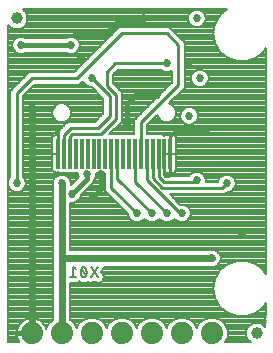
<source format=gbl>
G75*
%MOIN*%
%OFA0B0*%
%FSLAX25Y25*%
%IPPOS*%
%LPD*%
%AMOC8*
5,1,8,0,0,1.08239X$1,22.5*
%
%ADD10C,0.00600*%
%ADD11C,0.07400*%
%ADD12R,0.01181X0.09843*%
%ADD13C,0.03937*%
%ADD14C,0.02400*%
%ADD15C,0.02700*%
%ADD16C,0.00800*%
%ADD17C,0.01000*%
%ADD18C,0.01600*%
D10*
X0151133Y0083800D02*
X0153022Y0083800D01*
X0152078Y0083800D02*
X0152078Y0087200D01*
X0153022Y0086444D01*
X0156622Y0085500D02*
X0156620Y0085402D01*
X0156615Y0085305D01*
X0156607Y0085207D01*
X0156595Y0085110D01*
X0156579Y0085014D01*
X0156561Y0084918D01*
X0156539Y0084822D01*
X0156514Y0084728D01*
X0156485Y0084634D01*
X0156453Y0084542D01*
X0156418Y0084451D01*
X0156380Y0084361D01*
X0156339Y0084272D01*
X0156433Y0084556D02*
X0154922Y0086444D01*
X0155017Y0086728D02*
X0155035Y0086775D01*
X0155057Y0086821D01*
X0155082Y0086866D01*
X0155110Y0086908D01*
X0155141Y0086949D01*
X0155175Y0086987D01*
X0155212Y0087022D01*
X0155251Y0087055D01*
X0155293Y0087084D01*
X0155336Y0087111D01*
X0155382Y0087134D01*
X0155429Y0087154D01*
X0155477Y0087170D01*
X0155526Y0087183D01*
X0155576Y0087193D01*
X0155627Y0087198D01*
X0155678Y0087200D01*
X0155729Y0087198D01*
X0155780Y0087193D01*
X0155830Y0087183D01*
X0155879Y0087170D01*
X0155927Y0087154D01*
X0155974Y0087134D01*
X0156020Y0087111D01*
X0156063Y0087084D01*
X0156105Y0087055D01*
X0156144Y0087022D01*
X0156181Y0086987D01*
X0156215Y0086949D01*
X0156246Y0086908D01*
X0156274Y0086866D01*
X0156299Y0086821D01*
X0156321Y0086775D01*
X0156339Y0086728D01*
X0155016Y0086728D02*
X0154975Y0086639D01*
X0154937Y0086549D01*
X0154902Y0086458D01*
X0154870Y0086366D01*
X0154841Y0086272D01*
X0154816Y0086178D01*
X0154794Y0086082D01*
X0154776Y0085986D01*
X0154760Y0085890D01*
X0154748Y0085793D01*
X0154740Y0085695D01*
X0154735Y0085598D01*
X0154733Y0085500D01*
X0156622Y0085500D02*
X0156620Y0085598D01*
X0156615Y0085695D01*
X0156607Y0085793D01*
X0156595Y0085890D01*
X0156579Y0085986D01*
X0156561Y0086082D01*
X0156539Y0086178D01*
X0156514Y0086272D01*
X0156485Y0086366D01*
X0156453Y0086458D01*
X0156418Y0086549D01*
X0156380Y0086639D01*
X0156339Y0086728D01*
X0154733Y0085500D02*
X0154735Y0085402D01*
X0154740Y0085305D01*
X0154748Y0085207D01*
X0154760Y0085110D01*
X0154776Y0085014D01*
X0154794Y0084918D01*
X0154816Y0084822D01*
X0154841Y0084728D01*
X0154870Y0084634D01*
X0154902Y0084542D01*
X0154937Y0084451D01*
X0154975Y0084361D01*
X0155016Y0084272D01*
X0155017Y0084272D02*
X0155035Y0084225D01*
X0155057Y0084179D01*
X0155082Y0084134D01*
X0155110Y0084092D01*
X0155141Y0084051D01*
X0155175Y0084013D01*
X0155212Y0083978D01*
X0155251Y0083945D01*
X0155293Y0083916D01*
X0155336Y0083889D01*
X0155382Y0083866D01*
X0155429Y0083846D01*
X0155477Y0083830D01*
X0155526Y0083817D01*
X0155576Y0083807D01*
X0155627Y0083802D01*
X0155678Y0083800D01*
X0155729Y0083802D01*
X0155780Y0083807D01*
X0155830Y0083817D01*
X0155879Y0083830D01*
X0155927Y0083846D01*
X0155974Y0083866D01*
X0156020Y0083889D01*
X0156063Y0083916D01*
X0156105Y0083945D01*
X0156144Y0083978D01*
X0156181Y0084013D01*
X0156215Y0084051D01*
X0156246Y0084092D01*
X0156274Y0084134D01*
X0156299Y0084179D01*
X0156321Y0084225D01*
X0156339Y0084272D01*
X0158144Y0083800D02*
X0160411Y0087200D01*
X0158144Y0087200D02*
X0160411Y0083800D01*
D11*
X0158333Y0065000D03*
X0148333Y0065000D03*
X0138333Y0065000D03*
X0168333Y0065000D03*
X0178333Y0065000D03*
X0188333Y0065000D03*
X0198333Y0065000D03*
D12*
X0184534Y0124921D03*
X0182566Y0124921D03*
X0180597Y0124921D03*
X0178629Y0124921D03*
X0176660Y0124921D03*
X0174692Y0124921D03*
X0172723Y0124921D03*
X0170755Y0124921D03*
X0168786Y0124921D03*
X0166818Y0124921D03*
X0164849Y0124921D03*
X0162881Y0124921D03*
X0160912Y0124921D03*
X0158944Y0124921D03*
X0156975Y0124921D03*
X0155007Y0124921D03*
X0153038Y0124921D03*
X0151070Y0124921D03*
X0149101Y0124921D03*
X0147133Y0124921D03*
D13*
X0133333Y0170000D03*
X0213333Y0065000D03*
D14*
X0198333Y0090000D02*
X0148333Y0090000D01*
X0148333Y0115000D01*
X0138333Y0100000D02*
X0138333Y0133500D01*
X0138333Y0140000D01*
X0153333Y0165000D02*
X0163333Y0165000D01*
X0168333Y0170000D01*
X0175833Y0170000D01*
X0138333Y0100000D02*
X0138333Y0065000D01*
X0148333Y0065000D02*
X0148333Y0090000D01*
X0148333Y0085000D02*
X0148333Y0065000D01*
D15*
X0198333Y0090000D03*
X0208333Y0098000D03*
X0188333Y0105000D03*
X0183333Y0105000D03*
X0178333Y0105000D03*
X0173333Y0105000D03*
X0158333Y0110000D03*
X0151833Y0111500D03*
X0148333Y0115000D03*
X0156833Y0118000D03*
X0161333Y0118000D03*
X0133333Y0115000D03*
X0138333Y0100000D03*
X0193333Y0116000D03*
X0203333Y0115000D03*
X0196333Y0132000D03*
X0190833Y0137500D03*
X0179987Y0144654D03*
X0194333Y0150000D03*
X0190833Y0155000D03*
X0183333Y0155000D03*
X0158333Y0150000D03*
X0154833Y0157000D03*
X0151333Y0161000D03*
X0153333Y0165000D03*
X0134833Y0161000D03*
X0138333Y0140000D03*
X0169987Y0134654D03*
X0175833Y0170000D03*
X0193333Y0170000D03*
D16*
X0130333Y0167953D02*
X0130333Y0062000D01*
X0134209Y0062000D01*
X0133971Y0062327D01*
X0133607Y0063042D01*
X0133359Y0063806D01*
X0133233Y0064599D01*
X0133233Y0064600D01*
X0137933Y0064600D01*
X0137933Y0065400D01*
X0133233Y0065400D01*
X0133233Y0065401D01*
X0133359Y0066194D01*
X0133607Y0066958D01*
X0133971Y0067673D01*
X0134443Y0068322D01*
X0135011Y0068890D01*
X0135660Y0069362D01*
X0136376Y0069726D01*
X0137139Y0069974D01*
X0137932Y0070100D01*
X0137933Y0070100D01*
X0137933Y0065400D01*
X0138733Y0065400D01*
X0138733Y0070100D01*
X0138735Y0070100D01*
X0139528Y0069974D01*
X0140291Y0069726D01*
X0141006Y0069362D01*
X0141656Y0068890D01*
X0142223Y0068322D01*
X0142695Y0067673D01*
X0143060Y0066958D01*
X0143213Y0066487D01*
X0143840Y0068002D01*
X0145331Y0069493D01*
X0145533Y0069577D01*
X0145533Y0114051D01*
X0145383Y0114413D01*
X0145383Y0115587D01*
X0145832Y0116671D01*
X0146662Y0117501D01*
X0147747Y0117950D01*
X0148920Y0117950D01*
X0150004Y0117501D01*
X0150834Y0116671D01*
X0151283Y0115587D01*
X0151283Y0114450D01*
X0151389Y0114450D01*
X0154021Y0117081D01*
X0153883Y0117413D01*
X0153883Y0118400D01*
X0147848Y0118400D01*
X0147648Y0118600D01*
X0147133Y0118600D01*
X0147133Y0119115D01*
X0147132Y0119115D01*
X0147132Y0118600D01*
X0146358Y0118600D01*
X0146002Y0118695D01*
X0145682Y0118880D01*
X0145422Y0119140D01*
X0145237Y0119460D01*
X0145142Y0119816D01*
X0145142Y0124921D01*
X0146910Y0124921D01*
X0146910Y0124921D01*
X0145142Y0124921D01*
X0145142Y0130027D01*
X0145237Y0130383D01*
X0145422Y0130702D01*
X0145682Y0130963D01*
X0146002Y0131147D01*
X0146358Y0131243D01*
X0147001Y0131243D01*
X0147001Y0132138D01*
X0149233Y0134370D01*
X0150463Y0135600D01*
X0159463Y0135600D01*
X0162233Y0138370D01*
X0162233Y0143130D01*
X0158313Y0147050D01*
X0157747Y0147050D01*
X0156662Y0147499D01*
X0155832Y0148329D01*
X0155481Y0149178D01*
X0155433Y0149130D01*
X0155433Y0149130D01*
X0154203Y0147900D01*
X0139203Y0147900D01*
X0135433Y0144130D01*
X0135433Y0117072D01*
X0135834Y0116671D01*
X0136283Y0115587D01*
X0136283Y0114413D01*
X0135834Y0113329D01*
X0135004Y0112499D01*
X0133920Y0112050D01*
X0132747Y0112050D01*
X0131662Y0112499D01*
X0130832Y0113329D01*
X0130383Y0114413D01*
X0130383Y0115587D01*
X0130832Y0116671D01*
X0131233Y0117072D01*
X0131233Y0145870D01*
X0137463Y0152100D01*
X0152463Y0152100D01*
X0167463Y0167100D01*
X0184203Y0167100D01*
X0185433Y0165870D01*
X0185433Y0165870D01*
X0188061Y0163242D01*
X0188061Y0163242D01*
X0189292Y0162012D01*
X0189292Y0146988D01*
X0183982Y0141679D01*
X0183985Y0141679D01*
X0185151Y0141195D01*
X0186044Y0140302D01*
X0186528Y0139135D01*
X0186528Y0137872D01*
X0186044Y0136706D01*
X0185151Y0135812D01*
X0183985Y0135329D01*
X0182721Y0135329D01*
X0181555Y0135812D01*
X0180662Y0136706D01*
X0180178Y0137872D01*
X0180178Y0137875D01*
X0176792Y0134488D01*
X0176792Y0131443D01*
X0181850Y0131443D01*
X0182050Y0131243D01*
X0182566Y0131243D01*
X0182566Y0131242D02*
X0182566Y0130727D01*
X0182566Y0130727D01*
X0182566Y0131243D01*
X0182566Y0131242D02*
X0183340Y0131243D01*
X0183550Y0131186D01*
X0183759Y0131243D01*
X0184534Y0131243D01*
X0184534Y0130109D01*
X0184534Y0130109D01*
X0184534Y0131242D01*
X0185309Y0131243D01*
X0185665Y0131147D01*
X0185984Y0130963D01*
X0186245Y0130702D01*
X0186429Y0130383D01*
X0186525Y0130027D01*
X0186525Y0124921D01*
X0184534Y0124921D01*
X0182788Y0124921D01*
X0182788Y0124921D01*
X0184534Y0124921D01*
X0184534Y0124921D01*
X0184534Y0124921D01*
X0186525Y0124921D01*
X0186525Y0119816D01*
X0186429Y0119460D01*
X0186245Y0119140D01*
X0185984Y0118880D01*
X0185665Y0118695D01*
X0185309Y0118600D01*
X0184534Y0118600D01*
X0184534Y0119733D01*
X0184534Y0119734D01*
X0184534Y0118600D01*
X0183759Y0118600D01*
X0183550Y0118656D01*
X0183340Y0118600D01*
X0182697Y0118600D01*
X0182697Y0118106D01*
X0183203Y0117600D01*
X0190803Y0117600D01*
X0190832Y0117671D01*
X0191662Y0118501D01*
X0192747Y0118950D01*
X0193920Y0118950D01*
X0195004Y0118501D01*
X0195834Y0117671D01*
X0196283Y0116587D01*
X0196283Y0115600D01*
X0200389Y0115600D01*
X0200832Y0116671D01*
X0201662Y0117501D01*
X0202747Y0117950D01*
X0203920Y0117950D01*
X0205004Y0117501D01*
X0205834Y0116671D01*
X0206283Y0115587D01*
X0206283Y0114413D01*
X0205834Y0113329D01*
X0205004Y0112499D01*
X0203920Y0112050D01*
X0203353Y0112050D01*
X0202703Y0111400D01*
X0184403Y0111400D01*
X0187853Y0107950D01*
X0188920Y0107950D01*
X0190004Y0107501D01*
X0190834Y0106671D01*
X0191283Y0105587D01*
X0191283Y0104413D01*
X0190834Y0103329D01*
X0190004Y0102499D01*
X0188920Y0102050D01*
X0187747Y0102050D01*
X0186662Y0102499D01*
X0185833Y0103328D01*
X0185004Y0102499D01*
X0183920Y0102050D01*
X0182747Y0102050D01*
X0181662Y0102499D01*
X0180833Y0103328D01*
X0180004Y0102499D01*
X0178920Y0102050D01*
X0177747Y0102050D01*
X0176662Y0102499D01*
X0175833Y0103328D01*
X0175004Y0102499D01*
X0173920Y0102050D01*
X0172747Y0102050D01*
X0171662Y0102499D01*
X0170832Y0103329D01*
X0170383Y0104413D01*
X0170383Y0104980D01*
X0162749Y0112614D01*
X0162749Y0118400D01*
X0159783Y0118400D01*
X0159783Y0117413D01*
X0159334Y0116329D01*
X0159233Y0116228D01*
X0159233Y0116023D01*
X0158868Y0115141D01*
X0158193Y0114465D01*
X0154783Y0111056D01*
X0154783Y0110913D01*
X0154334Y0109829D01*
X0153504Y0108999D01*
X0152420Y0108550D01*
X0151247Y0108550D01*
X0151133Y0108597D01*
X0151133Y0092800D01*
X0197384Y0092800D01*
X0197747Y0092950D01*
X0198920Y0092950D01*
X0200004Y0092501D01*
X0200834Y0091671D01*
X0201283Y0090587D01*
X0201283Y0089413D01*
X0200834Y0088329D01*
X0200004Y0087499D01*
X0198920Y0087050D01*
X0197747Y0087050D01*
X0197384Y0087200D01*
X0162349Y0087200D01*
X0162429Y0086801D01*
X0161561Y0085500D01*
X0162429Y0084199D01*
X0162120Y0082656D01*
X0160810Y0081783D01*
X0159278Y0082089D01*
X0157745Y0081783D01*
X0157022Y0082265D01*
X0156511Y0081900D01*
X0154845Y0081900D01*
X0154241Y0082332D01*
X0153809Y0081900D01*
X0151133Y0081900D01*
X0151133Y0069577D01*
X0151336Y0069493D01*
X0152826Y0068002D01*
X0153333Y0066778D01*
X0153840Y0068002D01*
X0155331Y0069493D01*
X0157279Y0070300D01*
X0159388Y0070300D01*
X0161336Y0069493D01*
X0162826Y0068002D01*
X0163333Y0066778D01*
X0163840Y0068002D01*
X0165331Y0069493D01*
X0167279Y0070300D01*
X0169388Y0070300D01*
X0171336Y0069493D01*
X0172826Y0068002D01*
X0173333Y0066778D01*
X0173840Y0068002D01*
X0175331Y0069493D01*
X0177279Y0070300D01*
X0179388Y0070300D01*
X0181336Y0069493D01*
X0182826Y0068002D01*
X0183333Y0066778D01*
X0183840Y0068002D01*
X0185331Y0069493D01*
X0187279Y0070300D01*
X0189388Y0070300D01*
X0191336Y0069493D01*
X0192826Y0068002D01*
X0193333Y0066778D01*
X0193840Y0068002D01*
X0195331Y0069493D01*
X0197279Y0070300D01*
X0199388Y0070300D01*
X0201336Y0069493D01*
X0202826Y0068002D01*
X0203633Y0066054D01*
X0203633Y0063946D01*
X0202827Y0062000D01*
X0211287Y0062000D01*
X0210308Y0062979D01*
X0209765Y0064290D01*
X0209765Y0065710D01*
X0210308Y0067021D01*
X0211312Y0068025D01*
X0212623Y0068568D01*
X0214043Y0068568D01*
X0215355Y0068025D01*
X0216259Y0067120D01*
X0216265Y0075138D01*
X0215567Y0073930D01*
X0215567Y0073930D01*
X0215567Y0073930D01*
X0213055Y0071822D01*
X0213055Y0071822D01*
X0209973Y0070700D01*
X0206693Y0070700D01*
X0203612Y0071822D01*
X0203612Y0071822D01*
X0201099Y0073930D01*
X0201099Y0073930D01*
X0199459Y0076770D01*
X0198890Y0080000D01*
X0198890Y0080000D01*
X0199459Y0083230D01*
X0199459Y0083230D01*
X0201099Y0086070D01*
X0201099Y0086070D01*
X0201099Y0086070D01*
X0203612Y0088178D01*
X0203612Y0088178D01*
X0206693Y0089300D01*
X0209973Y0089300D01*
X0213055Y0088178D01*
X0213055Y0088178D01*
X0215567Y0086070D01*
X0215567Y0086070D01*
X0216272Y0084850D01*
X0216323Y0160239D01*
X0215567Y0158930D01*
X0215567Y0158930D01*
X0215567Y0158930D01*
X0213055Y0156822D01*
X0213055Y0156822D01*
X0209973Y0155700D01*
X0206693Y0155700D01*
X0203612Y0156822D01*
X0203612Y0156822D01*
X0201099Y0158930D01*
X0201099Y0158930D01*
X0199459Y0161770D01*
X0199459Y0161770D01*
X0198890Y0165000D01*
X0198890Y0165000D01*
X0199459Y0168230D01*
X0199459Y0168230D01*
X0201099Y0171070D01*
X0201099Y0171070D01*
X0201099Y0171070D01*
X0203399Y0173000D01*
X0135380Y0173000D01*
X0136359Y0172021D01*
X0136902Y0170710D01*
X0136902Y0169290D01*
X0136359Y0167979D01*
X0135355Y0166975D01*
X0134043Y0166431D01*
X0132623Y0166431D01*
X0131312Y0166975D01*
X0130333Y0167953D01*
X0130333Y0167799D02*
X0130488Y0167799D01*
X0130333Y0167001D02*
X0131286Y0167001D01*
X0130333Y0166202D02*
X0166566Y0166202D01*
X0167364Y0167001D02*
X0135380Y0167001D01*
X0136179Y0167799D02*
X0191362Y0167799D01*
X0191662Y0167499D02*
X0192747Y0167050D01*
X0193920Y0167050D01*
X0195004Y0167499D01*
X0195834Y0168329D01*
X0196283Y0169413D01*
X0196283Y0170587D01*
X0195834Y0171671D01*
X0195004Y0172501D01*
X0193920Y0172950D01*
X0192747Y0172950D01*
X0191662Y0172501D01*
X0190832Y0171671D01*
X0190383Y0170587D01*
X0190383Y0169413D01*
X0190832Y0168329D01*
X0191662Y0167499D01*
X0190721Y0168598D02*
X0136615Y0168598D01*
X0136902Y0169396D02*
X0190390Y0169396D01*
X0190383Y0170195D02*
X0136902Y0170195D01*
X0136784Y0170993D02*
X0190552Y0170993D01*
X0190953Y0171792D02*
X0136454Y0171792D01*
X0135790Y0172590D02*
X0191878Y0172590D01*
X0194789Y0172590D02*
X0202911Y0172590D01*
X0201959Y0171792D02*
X0195714Y0171792D01*
X0196115Y0170993D02*
X0201055Y0170993D01*
X0200594Y0170195D02*
X0196283Y0170195D01*
X0196276Y0169396D02*
X0200133Y0169396D01*
X0199672Y0168598D02*
X0195945Y0168598D01*
X0195304Y0167799D02*
X0199383Y0167799D01*
X0199243Y0167001D02*
X0184303Y0167001D01*
X0185101Y0166202D02*
X0199102Y0166202D01*
X0198961Y0165403D02*
X0185900Y0165403D01*
X0186698Y0164605D02*
X0198960Y0164605D01*
X0199100Y0163806D02*
X0187497Y0163806D01*
X0188295Y0163008D02*
X0199241Y0163008D01*
X0199382Y0162209D02*
X0189094Y0162209D01*
X0189292Y0161411D02*
X0199667Y0161411D01*
X0200128Y0160612D02*
X0189292Y0160612D01*
X0189292Y0159814D02*
X0200589Y0159814D01*
X0201050Y0159015D02*
X0189292Y0159015D01*
X0189292Y0158217D02*
X0201949Y0158217D01*
X0202901Y0157418D02*
X0189292Y0157418D01*
X0189292Y0156620D02*
X0204166Y0156620D01*
X0206360Y0155821D02*
X0189292Y0155821D01*
X0189292Y0155023D02*
X0216320Y0155023D01*
X0216320Y0155821D02*
X0210307Y0155821D01*
X0212500Y0156620D02*
X0216321Y0156620D01*
X0216321Y0157418D02*
X0213766Y0157418D01*
X0214718Y0158217D02*
X0216322Y0158217D01*
X0216322Y0159015D02*
X0215617Y0159015D01*
X0216078Y0159814D02*
X0216323Y0159814D01*
X0216319Y0154224D02*
X0189292Y0154224D01*
X0189292Y0153426D02*
X0216319Y0153426D01*
X0216318Y0152627D02*
X0195699Y0152627D01*
X0196004Y0152501D02*
X0194920Y0152950D01*
X0193747Y0152950D01*
X0192662Y0152501D01*
X0191832Y0151671D01*
X0191383Y0150587D01*
X0191383Y0149413D01*
X0191832Y0148329D01*
X0192662Y0147499D01*
X0193747Y0147050D01*
X0194920Y0147050D01*
X0196004Y0147499D01*
X0196834Y0148329D01*
X0197283Y0149413D01*
X0197283Y0150587D01*
X0196834Y0151671D01*
X0196004Y0152501D01*
X0196676Y0151829D02*
X0216317Y0151829D01*
X0216317Y0151030D02*
X0197100Y0151030D01*
X0197283Y0150232D02*
X0216316Y0150232D01*
X0216316Y0149433D02*
X0197283Y0149433D01*
X0196961Y0148635D02*
X0216315Y0148635D01*
X0216315Y0147836D02*
X0196341Y0147836D01*
X0192325Y0147836D02*
X0189292Y0147836D01*
X0189292Y0147038D02*
X0216314Y0147038D01*
X0216314Y0146239D02*
X0188542Y0146239D01*
X0187744Y0145441D02*
X0216313Y0145441D01*
X0216313Y0144642D02*
X0186945Y0144642D01*
X0186147Y0143844D02*
X0216312Y0143844D01*
X0216311Y0143045D02*
X0185348Y0143045D01*
X0184550Y0142247D02*
X0216311Y0142247D01*
X0216310Y0141448D02*
X0184541Y0141448D01*
X0185697Y0140650D02*
X0216310Y0140650D01*
X0216309Y0139851D02*
X0192654Y0139851D01*
X0192504Y0140001D02*
X0191420Y0140450D01*
X0190247Y0140450D01*
X0189162Y0140001D01*
X0188332Y0139171D01*
X0187883Y0138087D01*
X0187883Y0136913D01*
X0188332Y0135829D01*
X0189162Y0134999D01*
X0190247Y0134550D01*
X0191420Y0134550D01*
X0192504Y0134999D01*
X0193334Y0135829D01*
X0193783Y0136913D01*
X0193783Y0138087D01*
X0193334Y0139171D01*
X0192504Y0140001D01*
X0193383Y0139053D02*
X0216309Y0139053D01*
X0216308Y0138254D02*
X0193714Y0138254D01*
X0193783Y0137456D02*
X0216308Y0137456D01*
X0216307Y0136657D02*
X0193677Y0136657D01*
X0193346Y0135859D02*
X0216307Y0135859D01*
X0216306Y0135060D02*
X0192565Y0135060D01*
X0189101Y0135060D02*
X0177363Y0135060D01*
X0176792Y0134262D02*
X0216305Y0134262D01*
X0216305Y0133463D02*
X0176792Y0133463D01*
X0176792Y0132665D02*
X0216304Y0132665D01*
X0216304Y0131866D02*
X0176792Y0131866D01*
X0172592Y0131866D02*
X0164669Y0131866D01*
X0164246Y0131443D02*
X0168433Y0135630D01*
X0168433Y0145370D01*
X0165433Y0148370D01*
X0165433Y0151394D01*
X0166939Y0152900D01*
X0181261Y0152900D01*
X0181662Y0152499D01*
X0182747Y0152050D01*
X0183920Y0152050D01*
X0185004Y0152499D01*
X0185092Y0152586D01*
X0185092Y0148728D01*
X0172592Y0136228D01*
X0172592Y0134488D01*
X0172592Y0131443D01*
X0164246Y0131443D01*
X0165468Y0132665D02*
X0172592Y0132665D01*
X0172592Y0133463D02*
X0166266Y0133463D01*
X0167065Y0134262D02*
X0172592Y0134262D01*
X0172592Y0135060D02*
X0167863Y0135060D01*
X0168433Y0135859D02*
X0172592Y0135859D01*
X0173021Y0136657D02*
X0168433Y0136657D01*
X0168433Y0137456D02*
X0173819Y0137456D01*
X0174618Y0138254D02*
X0168433Y0138254D01*
X0168433Y0139053D02*
X0175416Y0139053D01*
X0176215Y0139851D02*
X0168433Y0139851D01*
X0168433Y0140650D02*
X0177013Y0140650D01*
X0177812Y0141448D02*
X0168433Y0141448D01*
X0168433Y0142247D02*
X0178610Y0142247D01*
X0179409Y0143045D02*
X0168433Y0143045D01*
X0168433Y0143844D02*
X0180207Y0143844D01*
X0181006Y0144642D02*
X0168433Y0144642D01*
X0168362Y0145441D02*
X0181804Y0145441D01*
X0182603Y0146239D02*
X0167564Y0146239D01*
X0166765Y0147038D02*
X0183401Y0147038D01*
X0184200Y0147836D02*
X0165967Y0147836D01*
X0165433Y0148635D02*
X0184998Y0148635D01*
X0185092Y0149433D02*
X0165433Y0149433D01*
X0165433Y0150232D02*
X0185092Y0150232D01*
X0185092Y0151030D02*
X0165433Y0151030D01*
X0165868Y0151829D02*
X0185092Y0151829D01*
X0181534Y0152627D02*
X0166667Y0152627D01*
X0158580Y0158217D02*
X0152323Y0158217D01*
X0151920Y0158050D02*
X0153004Y0158499D01*
X0153834Y0159329D01*
X0154283Y0160413D01*
X0154283Y0161587D01*
X0153834Y0162671D01*
X0153004Y0163501D01*
X0151920Y0163950D01*
X0150747Y0163950D01*
X0149662Y0163501D01*
X0149561Y0163400D01*
X0136605Y0163400D01*
X0136504Y0163501D01*
X0135420Y0163950D01*
X0134247Y0163950D01*
X0133162Y0163501D01*
X0132332Y0162671D01*
X0131883Y0161587D01*
X0131883Y0160413D01*
X0132332Y0159329D01*
X0133162Y0158499D01*
X0134247Y0158050D01*
X0135420Y0158050D01*
X0136504Y0158499D01*
X0136605Y0158600D01*
X0149561Y0158600D01*
X0149662Y0158499D01*
X0150747Y0158050D01*
X0151920Y0158050D01*
X0150344Y0158217D02*
X0135823Y0158217D01*
X0133844Y0158217D02*
X0130333Y0158217D01*
X0130333Y0159015D02*
X0132646Y0159015D01*
X0132132Y0159814D02*
X0130333Y0159814D01*
X0130333Y0160612D02*
X0131883Y0160612D01*
X0131883Y0161411D02*
X0130333Y0161411D01*
X0130333Y0162209D02*
X0132141Y0162209D01*
X0132669Y0163008D02*
X0130333Y0163008D01*
X0130333Y0163806D02*
X0133900Y0163806D01*
X0135767Y0163806D02*
X0150400Y0163806D01*
X0152267Y0163806D02*
X0164170Y0163806D01*
X0163371Y0163008D02*
X0153497Y0163008D01*
X0154025Y0162209D02*
X0162573Y0162209D01*
X0161774Y0161411D02*
X0154283Y0161411D01*
X0154283Y0160612D02*
X0160976Y0160612D01*
X0160177Y0159814D02*
X0154035Y0159814D01*
X0153521Y0159015D02*
X0159379Y0159015D01*
X0157782Y0157418D02*
X0130333Y0157418D01*
X0130333Y0156620D02*
X0156983Y0156620D01*
X0156185Y0155821D02*
X0130333Y0155821D01*
X0130333Y0155023D02*
X0155386Y0155023D01*
X0154588Y0154224D02*
X0130333Y0154224D01*
X0130333Y0153426D02*
X0153789Y0153426D01*
X0152991Y0152627D02*
X0130333Y0152627D01*
X0130333Y0151829D02*
X0137192Y0151829D01*
X0136394Y0151030D02*
X0130333Y0151030D01*
X0130333Y0150232D02*
X0135595Y0150232D01*
X0134797Y0149433D02*
X0130333Y0149433D01*
X0130333Y0148635D02*
X0133998Y0148635D01*
X0133200Y0147836D02*
X0130333Y0147836D01*
X0130333Y0147038D02*
X0132401Y0147038D01*
X0131603Y0146239D02*
X0130333Y0146239D01*
X0130333Y0145441D02*
X0131233Y0145441D01*
X0131233Y0144642D02*
X0130333Y0144642D01*
X0130333Y0143844D02*
X0131233Y0143844D01*
X0131233Y0143045D02*
X0130333Y0143045D01*
X0130333Y0142247D02*
X0131233Y0142247D01*
X0131233Y0141448D02*
X0130333Y0141448D01*
X0130333Y0140650D02*
X0131233Y0140650D01*
X0131233Y0139851D02*
X0130333Y0139851D01*
X0130333Y0139053D02*
X0131233Y0139053D01*
X0131233Y0138254D02*
X0130333Y0138254D01*
X0130333Y0137456D02*
X0131233Y0137456D01*
X0131233Y0136657D02*
X0130333Y0136657D01*
X0130333Y0135859D02*
X0131233Y0135859D01*
X0131233Y0135060D02*
X0130333Y0135060D01*
X0130333Y0134262D02*
X0131233Y0134262D01*
X0131233Y0133463D02*
X0130333Y0133463D01*
X0130333Y0132665D02*
X0131233Y0132665D01*
X0131233Y0131866D02*
X0130333Y0131866D01*
X0130333Y0131068D02*
X0131233Y0131068D01*
X0131233Y0130269D02*
X0130333Y0130269D01*
X0130333Y0129470D02*
X0131233Y0129470D01*
X0131233Y0128672D02*
X0130333Y0128672D01*
X0130333Y0127873D02*
X0131233Y0127873D01*
X0131233Y0127075D02*
X0130333Y0127075D01*
X0130333Y0126276D02*
X0131233Y0126276D01*
X0131233Y0125478D02*
X0130333Y0125478D01*
X0130333Y0124679D02*
X0131233Y0124679D01*
X0131233Y0123881D02*
X0130333Y0123881D01*
X0130333Y0123082D02*
X0131233Y0123082D01*
X0131233Y0122284D02*
X0130333Y0122284D01*
X0130333Y0121485D02*
X0131233Y0121485D01*
X0131233Y0120687D02*
X0130333Y0120687D01*
X0130333Y0119888D02*
X0131233Y0119888D01*
X0131233Y0119090D02*
X0130333Y0119090D01*
X0130333Y0118291D02*
X0131233Y0118291D01*
X0131233Y0117493D02*
X0130333Y0117493D01*
X0130333Y0116694D02*
X0130856Y0116694D01*
X0130511Y0115896D02*
X0130333Y0115896D01*
X0130333Y0115097D02*
X0130383Y0115097D01*
X0130333Y0114299D02*
X0130431Y0114299D01*
X0130333Y0113500D02*
X0130761Y0113500D01*
X0130333Y0112702D02*
X0131460Y0112702D01*
X0130333Y0111903D02*
X0145533Y0111903D01*
X0145533Y0111105D02*
X0130333Y0111105D01*
X0130333Y0110306D02*
X0145533Y0110306D01*
X0145533Y0109508D02*
X0130333Y0109508D01*
X0130333Y0108709D02*
X0145533Y0108709D01*
X0145533Y0107911D02*
X0130333Y0107911D01*
X0130333Y0107112D02*
X0145533Y0107112D01*
X0145533Y0106314D02*
X0130333Y0106314D01*
X0130333Y0105515D02*
X0145533Y0105515D01*
X0145533Y0104717D02*
X0130333Y0104717D01*
X0130333Y0103918D02*
X0145533Y0103918D01*
X0145533Y0103120D02*
X0130333Y0103120D01*
X0130333Y0102321D02*
X0145533Y0102321D01*
X0145533Y0101523D02*
X0130333Y0101523D01*
X0130333Y0100724D02*
X0145533Y0100724D01*
X0145533Y0099926D02*
X0130333Y0099926D01*
X0130333Y0099127D02*
X0145533Y0099127D01*
X0145533Y0098329D02*
X0130333Y0098329D01*
X0130333Y0097530D02*
X0145533Y0097530D01*
X0145533Y0096732D02*
X0130333Y0096732D01*
X0130333Y0095933D02*
X0145533Y0095933D01*
X0145533Y0095134D02*
X0130333Y0095134D01*
X0130333Y0094336D02*
X0145533Y0094336D01*
X0145533Y0093537D02*
X0130333Y0093537D01*
X0130333Y0092739D02*
X0145533Y0092739D01*
X0145533Y0091940D02*
X0130333Y0091940D01*
X0130333Y0091142D02*
X0145533Y0091142D01*
X0145533Y0090343D02*
X0130333Y0090343D01*
X0130333Y0089545D02*
X0145533Y0089545D01*
X0145533Y0088746D02*
X0130333Y0088746D01*
X0130333Y0087948D02*
X0145533Y0087948D01*
X0145533Y0087149D02*
X0130333Y0087149D01*
X0130333Y0086351D02*
X0145533Y0086351D01*
X0145533Y0085552D02*
X0130333Y0085552D01*
X0130333Y0084754D02*
X0145533Y0084754D01*
X0145533Y0083955D02*
X0130333Y0083955D01*
X0130333Y0083157D02*
X0145533Y0083157D01*
X0145533Y0082358D02*
X0130333Y0082358D01*
X0130333Y0081560D02*
X0145533Y0081560D01*
X0145533Y0080761D02*
X0130333Y0080761D01*
X0130333Y0079963D02*
X0145533Y0079963D01*
X0145533Y0079164D02*
X0130333Y0079164D01*
X0130333Y0078366D02*
X0145533Y0078366D01*
X0145533Y0077567D02*
X0130333Y0077567D01*
X0130333Y0076769D02*
X0145533Y0076769D01*
X0145533Y0075970D02*
X0130333Y0075970D01*
X0130333Y0075172D02*
X0145533Y0075172D01*
X0145533Y0074373D02*
X0130333Y0074373D01*
X0130333Y0073575D02*
X0145533Y0073575D01*
X0145533Y0072776D02*
X0130333Y0072776D01*
X0130333Y0071978D02*
X0145533Y0071978D01*
X0145533Y0071179D02*
X0130333Y0071179D01*
X0130333Y0070381D02*
X0145533Y0070381D01*
X0145533Y0069582D02*
X0140574Y0069582D01*
X0141762Y0068784D02*
X0144622Y0068784D01*
X0143833Y0067985D02*
X0142468Y0067985D01*
X0142943Y0067187D02*
X0143502Y0067187D01*
X0138733Y0067187D02*
X0137933Y0067187D01*
X0137933Y0067985D02*
X0138733Y0067985D01*
X0138733Y0068784D02*
X0137933Y0068784D01*
X0137933Y0069582D02*
X0138733Y0069582D01*
X0136093Y0069582D02*
X0130333Y0069582D01*
X0130333Y0068784D02*
X0134904Y0068784D01*
X0134198Y0067985D02*
X0130333Y0067985D01*
X0130333Y0067187D02*
X0133724Y0067187D01*
X0133422Y0066388D02*
X0130333Y0066388D01*
X0130333Y0065590D02*
X0133263Y0065590D01*
X0133329Y0063993D02*
X0130333Y0063993D01*
X0130333Y0064791D02*
X0137933Y0064791D01*
X0137933Y0065590D02*
X0138733Y0065590D01*
X0138733Y0066388D02*
X0137933Y0066388D01*
X0133558Y0063194D02*
X0130333Y0063194D01*
X0130333Y0062396D02*
X0133936Y0062396D01*
X0151133Y0069582D02*
X0155546Y0069582D01*
X0154622Y0068784D02*
X0152045Y0068784D01*
X0152834Y0067985D02*
X0153833Y0067985D01*
X0153502Y0067187D02*
X0153164Y0067187D01*
X0151133Y0070381D02*
X0216262Y0070381D01*
X0216262Y0071179D02*
X0211290Y0071179D01*
X0213241Y0071978D02*
X0216263Y0071978D01*
X0216263Y0072776D02*
X0214193Y0072776D01*
X0215144Y0073575D02*
X0216264Y0073575D01*
X0216264Y0074373D02*
X0215823Y0074373D01*
X0216261Y0069582D02*
X0201121Y0069582D01*
X0202045Y0068784D02*
X0216261Y0068784D01*
X0216260Y0067985D02*
X0215395Y0067985D01*
X0216193Y0067187D02*
X0216260Y0067187D01*
X0211272Y0067985D02*
X0202834Y0067985D01*
X0203164Y0067187D02*
X0210473Y0067187D01*
X0210046Y0066388D02*
X0203495Y0066388D01*
X0203633Y0065590D02*
X0209765Y0065590D01*
X0209765Y0064791D02*
X0203633Y0064791D01*
X0203633Y0063993D02*
X0209888Y0063993D01*
X0210219Y0063194D02*
X0203322Y0063194D01*
X0202991Y0062396D02*
X0210891Y0062396D01*
X0195546Y0069582D02*
X0191121Y0069582D01*
X0192045Y0068784D02*
X0194622Y0068784D01*
X0193833Y0067985D02*
X0192834Y0067985D01*
X0193164Y0067187D02*
X0193502Y0067187D01*
X0185546Y0069582D02*
X0181121Y0069582D01*
X0182045Y0068784D02*
X0184622Y0068784D01*
X0183833Y0067985D02*
X0182834Y0067985D01*
X0183164Y0067187D02*
X0183502Y0067187D01*
X0175546Y0069582D02*
X0171121Y0069582D01*
X0172045Y0068784D02*
X0174622Y0068784D01*
X0173833Y0067985D02*
X0172834Y0067985D01*
X0173164Y0067187D02*
X0173502Y0067187D01*
X0165546Y0069582D02*
X0161121Y0069582D01*
X0162045Y0068784D02*
X0164622Y0068784D01*
X0163833Y0067985D02*
X0162834Y0067985D01*
X0163164Y0067187D02*
X0163502Y0067187D01*
X0151133Y0071179D02*
X0205377Y0071179D01*
X0203426Y0071978D02*
X0151133Y0071978D01*
X0151133Y0072776D02*
X0202474Y0072776D01*
X0201522Y0073575D02*
X0151133Y0073575D01*
X0151133Y0074373D02*
X0200843Y0074373D01*
X0200382Y0075172D02*
X0151133Y0075172D01*
X0151133Y0075970D02*
X0199921Y0075970D01*
X0199460Y0076769D02*
X0151133Y0076769D01*
X0151133Y0077567D02*
X0199319Y0077567D01*
X0199178Y0078366D02*
X0151133Y0078366D01*
X0151133Y0079164D02*
X0199037Y0079164D01*
X0198896Y0079963D02*
X0151133Y0079963D01*
X0151133Y0080761D02*
X0199024Y0080761D01*
X0199165Y0081560D02*
X0151133Y0081560D01*
X0161674Y0082358D02*
X0199306Y0082358D01*
X0199447Y0083157D02*
X0162220Y0083157D01*
X0162380Y0083955D02*
X0199878Y0083955D01*
X0200339Y0084754D02*
X0162059Y0084754D01*
X0161596Y0085552D02*
X0200800Y0085552D01*
X0201434Y0086351D02*
X0162129Y0086351D01*
X0162359Y0087149D02*
X0197507Y0087149D01*
X0199160Y0087149D02*
X0202385Y0087149D01*
X0203337Y0087948D02*
X0200453Y0087948D01*
X0201007Y0088746D02*
X0205173Y0088746D01*
X0211494Y0088746D02*
X0216274Y0088746D01*
X0216274Y0087948D02*
X0213330Y0087948D01*
X0214281Y0087149D02*
X0216273Y0087149D01*
X0216273Y0086351D02*
X0215233Y0086351D01*
X0215866Y0085552D02*
X0216272Y0085552D01*
X0216275Y0089545D02*
X0201283Y0089545D01*
X0201283Y0090343D02*
X0216275Y0090343D01*
X0216276Y0091142D02*
X0201053Y0091142D01*
X0200565Y0091940D02*
X0216276Y0091940D01*
X0216277Y0092739D02*
X0199430Y0092739D01*
X0189575Y0102321D02*
X0216284Y0102321D01*
X0216283Y0101523D02*
X0151133Y0101523D01*
X0151133Y0102321D02*
X0172092Y0102321D01*
X0171042Y0103120D02*
X0151133Y0103120D01*
X0151133Y0103918D02*
X0170588Y0103918D01*
X0170383Y0104717D02*
X0151133Y0104717D01*
X0151133Y0105515D02*
X0169848Y0105515D01*
X0169050Y0106314D02*
X0151133Y0106314D01*
X0151133Y0107112D02*
X0168251Y0107112D01*
X0167453Y0107911D02*
X0151133Y0107911D01*
X0152804Y0108709D02*
X0166654Y0108709D01*
X0165856Y0109508D02*
X0154013Y0109508D01*
X0154532Y0110306D02*
X0165057Y0110306D01*
X0164259Y0111105D02*
X0154832Y0111105D01*
X0155631Y0111903D02*
X0163460Y0111903D01*
X0162749Y0112702D02*
X0156429Y0112702D01*
X0157228Y0113500D02*
X0162749Y0113500D01*
X0162749Y0114299D02*
X0158026Y0114299D01*
X0158825Y0115097D02*
X0162749Y0115097D01*
X0162749Y0115896D02*
X0159181Y0115896D01*
X0159486Y0116694D02*
X0162749Y0116694D01*
X0162749Y0117493D02*
X0159783Y0117493D01*
X0159783Y0118291D02*
X0162749Y0118291D01*
X0153883Y0118291D02*
X0135433Y0118291D01*
X0135433Y0117493D02*
X0146654Y0117493D01*
X0145856Y0116694D02*
X0135811Y0116694D01*
X0136155Y0115896D02*
X0145511Y0115896D01*
X0145383Y0115097D02*
X0136283Y0115097D01*
X0136236Y0114299D02*
X0145431Y0114299D01*
X0145533Y0113500D02*
X0135905Y0113500D01*
X0135207Y0112702D02*
X0145533Y0112702D01*
X0151283Y0115097D02*
X0152037Y0115097D01*
X0152835Y0115896D02*
X0151155Y0115896D01*
X0150811Y0116694D02*
X0153634Y0116694D01*
X0153883Y0117493D02*
X0150012Y0117493D01*
X0147133Y0119090D02*
X0147132Y0119090D01*
X0145472Y0119090D02*
X0135433Y0119090D01*
X0135433Y0119888D02*
X0145142Y0119888D01*
X0145142Y0120687D02*
X0135433Y0120687D01*
X0135433Y0121485D02*
X0145142Y0121485D01*
X0145142Y0122284D02*
X0135433Y0122284D01*
X0135433Y0123082D02*
X0145142Y0123082D01*
X0145142Y0123881D02*
X0135433Y0123881D01*
X0135433Y0124679D02*
X0145142Y0124679D01*
X0145142Y0125478D02*
X0135433Y0125478D01*
X0135433Y0126276D02*
X0145142Y0126276D01*
X0145142Y0127075D02*
X0135433Y0127075D01*
X0135433Y0127873D02*
X0145142Y0127873D01*
X0145142Y0128672D02*
X0135433Y0128672D01*
X0135433Y0129470D02*
X0145142Y0129470D01*
X0145207Y0130269D02*
X0135433Y0130269D01*
X0135433Y0131068D02*
X0145864Y0131068D01*
X0147001Y0131866D02*
X0135433Y0131866D01*
X0135433Y0132665D02*
X0147528Y0132665D01*
X0148327Y0133463D02*
X0135433Y0133463D01*
X0135433Y0134262D02*
X0149125Y0134262D01*
X0148945Y0135329D02*
X0150112Y0135812D01*
X0151005Y0136706D01*
X0151488Y0137872D01*
X0151488Y0139135D01*
X0151005Y0140302D01*
X0150112Y0141195D01*
X0148945Y0141679D01*
X0147682Y0141679D01*
X0146515Y0141195D01*
X0145622Y0140302D01*
X0145139Y0139135D01*
X0145139Y0137872D01*
X0145622Y0136706D01*
X0146515Y0135812D01*
X0147682Y0135329D01*
X0148945Y0135329D01*
X0149924Y0135060D02*
X0135433Y0135060D01*
X0135433Y0135859D02*
X0146469Y0135859D01*
X0145671Y0136657D02*
X0135433Y0136657D01*
X0135433Y0137456D02*
X0145311Y0137456D01*
X0145139Y0138254D02*
X0135433Y0138254D01*
X0135433Y0139053D02*
X0145139Y0139053D01*
X0145435Y0139851D02*
X0135433Y0139851D01*
X0135433Y0140650D02*
X0145970Y0140650D01*
X0147125Y0141448D02*
X0135433Y0141448D01*
X0135433Y0142247D02*
X0162233Y0142247D01*
X0162233Y0143045D02*
X0135433Y0143045D01*
X0135433Y0143844D02*
X0161520Y0143844D01*
X0160721Y0144642D02*
X0135945Y0144642D01*
X0136744Y0145441D02*
X0159923Y0145441D01*
X0159124Y0146239D02*
X0137542Y0146239D01*
X0138341Y0147038D02*
X0158326Y0147038D01*
X0156325Y0147836D02*
X0139139Y0147836D01*
X0149502Y0141448D02*
X0162233Y0141448D01*
X0162233Y0140650D02*
X0150658Y0140650D01*
X0151192Y0139851D02*
X0162233Y0139851D01*
X0162233Y0139053D02*
X0151488Y0139053D01*
X0151488Y0138254D02*
X0162118Y0138254D01*
X0161319Y0137456D02*
X0151316Y0137456D01*
X0150957Y0136657D02*
X0160521Y0136657D01*
X0159722Y0135859D02*
X0150158Y0135859D01*
X0154938Y0148635D02*
X0155706Y0148635D01*
X0178162Y0135859D02*
X0181509Y0135859D01*
X0180710Y0136657D02*
X0178960Y0136657D01*
X0179759Y0137456D02*
X0180351Y0137456D01*
X0185198Y0135859D02*
X0188320Y0135859D01*
X0187989Y0136657D02*
X0185996Y0136657D01*
X0186355Y0137456D02*
X0187883Y0137456D01*
X0187953Y0138254D02*
X0186528Y0138254D01*
X0186528Y0139053D02*
X0188283Y0139053D01*
X0189013Y0139851D02*
X0186231Y0139851D01*
X0185803Y0131068D02*
X0216303Y0131068D01*
X0216303Y0130269D02*
X0186460Y0130269D01*
X0186525Y0129470D02*
X0216302Y0129470D01*
X0216302Y0128672D02*
X0186525Y0128672D01*
X0186525Y0127873D02*
X0216301Y0127873D01*
X0216301Y0127075D02*
X0186525Y0127075D01*
X0186525Y0126276D02*
X0216300Y0126276D01*
X0216299Y0125478D02*
X0186525Y0125478D01*
X0186525Y0124679D02*
X0216299Y0124679D01*
X0216298Y0123881D02*
X0186525Y0123881D01*
X0186525Y0123082D02*
X0216298Y0123082D01*
X0216297Y0122284D02*
X0186525Y0122284D01*
X0186525Y0121485D02*
X0216297Y0121485D01*
X0216296Y0120687D02*
X0186525Y0120687D01*
X0186525Y0119888D02*
X0216296Y0119888D01*
X0216295Y0119090D02*
X0186194Y0119090D01*
X0184534Y0119090D02*
X0184534Y0119090D01*
X0182697Y0118291D02*
X0191453Y0118291D01*
X0195214Y0118291D02*
X0216295Y0118291D01*
X0216294Y0117493D02*
X0205012Y0117493D01*
X0205811Y0116694D02*
X0216293Y0116694D01*
X0216293Y0115896D02*
X0206155Y0115896D01*
X0206283Y0115097D02*
X0216292Y0115097D01*
X0216292Y0114299D02*
X0206236Y0114299D01*
X0205905Y0113500D02*
X0216291Y0113500D01*
X0216291Y0112702D02*
X0205207Y0112702D01*
X0203206Y0111903D02*
X0216290Y0111903D01*
X0216290Y0111105D02*
X0184698Y0111105D01*
X0185497Y0110306D02*
X0216289Y0110306D01*
X0216288Y0109508D02*
X0186295Y0109508D01*
X0187094Y0108709D02*
X0216288Y0108709D01*
X0216287Y0107911D02*
X0189015Y0107911D01*
X0190393Y0107112D02*
X0216287Y0107112D01*
X0216286Y0106314D02*
X0190982Y0106314D01*
X0191283Y0105515D02*
X0216286Y0105515D01*
X0216285Y0104717D02*
X0191283Y0104717D01*
X0191078Y0103918D02*
X0216285Y0103918D01*
X0216284Y0103120D02*
X0190625Y0103120D01*
X0187092Y0102321D02*
X0184575Y0102321D01*
X0185625Y0103120D02*
X0186042Y0103120D01*
X0182092Y0102321D02*
X0179575Y0102321D01*
X0180625Y0103120D02*
X0181042Y0103120D01*
X0177092Y0102321D02*
X0174575Y0102321D01*
X0175625Y0103120D02*
X0176042Y0103120D01*
X0196283Y0115896D02*
X0200511Y0115896D01*
X0200856Y0116694D02*
X0196239Y0116694D01*
X0195908Y0117493D02*
X0201654Y0117493D01*
X0184534Y0130269D02*
X0184534Y0130269D01*
X0184534Y0131068D02*
X0184534Y0131068D01*
X0182566Y0131068D02*
X0182566Y0131068D01*
X0189292Y0148635D02*
X0191706Y0148635D01*
X0191383Y0149433D02*
X0189292Y0149433D01*
X0189292Y0150232D02*
X0191383Y0150232D01*
X0191567Y0151030D02*
X0189292Y0151030D01*
X0189292Y0151829D02*
X0191990Y0151829D01*
X0192968Y0152627D02*
X0189292Y0152627D01*
X0165767Y0165403D02*
X0130333Y0165403D01*
X0130333Y0164605D02*
X0164968Y0164605D01*
X0151133Y0100724D02*
X0216282Y0100724D01*
X0216282Y0099926D02*
X0151133Y0099926D01*
X0151133Y0099127D02*
X0216281Y0099127D01*
X0216281Y0098329D02*
X0151133Y0098329D01*
X0151133Y0097530D02*
X0216280Y0097530D01*
X0216280Y0096732D02*
X0151133Y0096732D01*
X0151133Y0095933D02*
X0216279Y0095933D01*
X0216279Y0095134D02*
X0151133Y0095134D01*
X0151133Y0094336D02*
X0216278Y0094336D01*
X0216278Y0093537D02*
X0151133Y0093537D01*
D17*
X0164849Y0113484D02*
X0173333Y0105000D01*
X0178333Y0105000D02*
X0166818Y0116516D01*
X0166818Y0124921D01*
X0164849Y0124921D02*
X0164849Y0113484D01*
X0172723Y0115610D02*
X0183333Y0105000D01*
X0187833Y0105000D02*
X0176660Y0116173D01*
X0176660Y0124921D01*
X0174692Y0124921D02*
X0174692Y0135358D01*
X0187192Y0147858D01*
X0187192Y0161142D01*
X0183333Y0165000D01*
X0168333Y0165000D01*
X0153333Y0150000D01*
X0138333Y0150000D01*
X0133333Y0145000D01*
X0133333Y0115000D01*
X0147133Y0124921D02*
X0147133Y0132201D01*
X0145833Y0133500D01*
X0138333Y0133500D01*
X0149101Y0131268D02*
X0151333Y0133500D01*
X0160333Y0133500D01*
X0164333Y0137500D01*
X0164333Y0144000D01*
X0158333Y0150000D01*
X0163333Y0152264D02*
X0166070Y0155000D01*
X0183333Y0155000D01*
X0166333Y0144500D02*
X0163333Y0147500D01*
X0163333Y0152264D01*
X0166333Y0144500D02*
X0166333Y0136500D01*
X0161333Y0131500D01*
X0151833Y0131500D01*
X0151070Y0130736D01*
X0151070Y0124921D01*
X0149101Y0124921D02*
X0149101Y0131268D01*
X0172723Y0124921D02*
X0172723Y0115610D01*
X0178629Y0116705D02*
X0181833Y0113500D01*
X0201833Y0113500D01*
X0203333Y0115000D01*
X0193333Y0116000D02*
X0192833Y0115500D01*
X0182333Y0115500D01*
X0180597Y0117236D01*
X0180597Y0124921D01*
X0178629Y0124921D02*
X0178629Y0116705D01*
X0182566Y0117768D02*
X0182833Y0117500D01*
X0183833Y0117500D01*
X0184534Y0118201D01*
X0184534Y0124921D01*
X0184534Y0130736D01*
X0185798Y0132000D01*
X0196333Y0132000D01*
X0182566Y0124921D02*
X0182566Y0117768D01*
X0187833Y0105000D02*
X0188333Y0105000D01*
D18*
X0161333Y0113000D02*
X0161333Y0118000D01*
X0156833Y0118000D02*
X0156833Y0116500D01*
X0151833Y0111500D01*
X0158333Y0110000D02*
X0161333Y0113000D01*
X0169987Y0134654D02*
X0169987Y0141654D01*
X0173333Y0145000D01*
X0179640Y0145000D01*
X0179987Y0144654D01*
X0151333Y0161000D02*
X0134833Y0161000D01*
M02*

</source>
